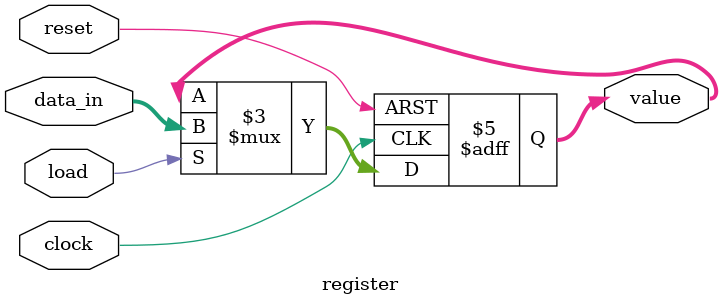
<source format=v>
`default_nettype none 

module register
#(parameter size = 8)
(
  input wire clock,
  input wire reset,
  input wire load,
  input  wire [size-1:0] data_in,
  output reg [size-1:0] value
);

always @(posedge clock or posedge reset)
begin
  if (reset)
    value <= 0;
  else if (load)
    value <= data_in;
  else
    value <= value;
end
  
endmodule

</source>
